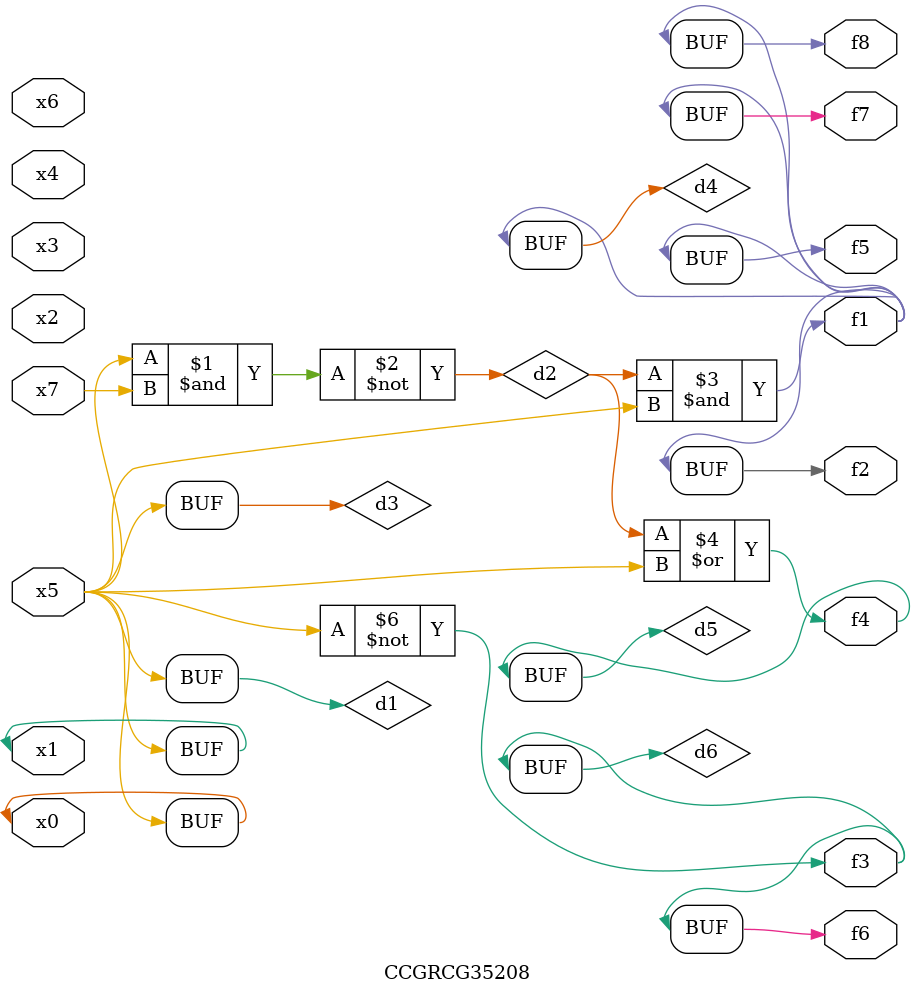
<source format=v>
module CCGRCG35208(
	input x0, x1, x2, x3, x4, x5, x6, x7,
	output f1, f2, f3, f4, f5, f6, f7, f8
);

	wire d1, d2, d3, d4, d5, d6;

	buf (d1, x0, x5);
	nand (d2, x5, x7);
	buf (d3, x0, x1);
	and (d4, d2, d3);
	or (d5, d2, d3);
	nor (d6, d1, d3);
	assign f1 = d4;
	assign f2 = d4;
	assign f3 = d6;
	assign f4 = d5;
	assign f5 = d4;
	assign f6 = d6;
	assign f7 = d4;
	assign f8 = d4;
endmodule

</source>
